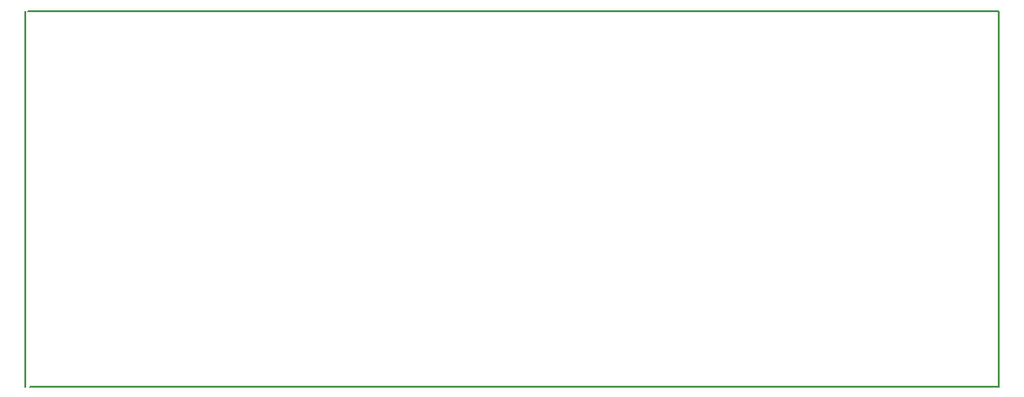
<source format=gbr>
G04 #@! TF.FileFunction,Profile,NP*
%FSLAX46Y46*%
G04 Gerber Fmt 4.6, Leading zero omitted, Abs format (unit mm)*
G04 Created by KiCad (PCBNEW 4.0.7) date 11/13/17 09:47:41*
%MOMM*%
%LPD*%
G01*
G04 APERTURE LIST*
%ADD10C,0.100000*%
%ADD11C,0.200000*%
G04 APERTURE END LIST*
D10*
D11*
X83000000Y-104925000D02*
X170600000Y-104925000D01*
X170600000Y-104925000D02*
X170600000Y-70875000D01*
X82575000Y-104925000D02*
X82575000Y-70875000D01*
X82825000Y-70875000D02*
X170600000Y-70875000D01*
M02*

</source>
